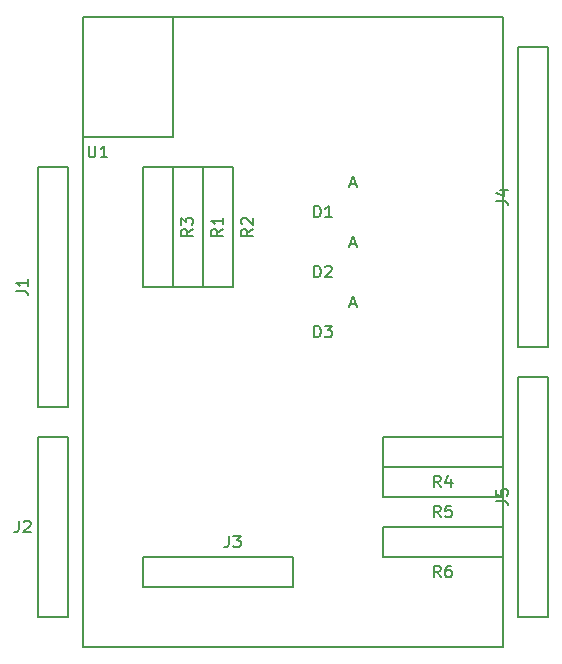
<source format=gbr>
G04 #@! TF.FileFunction,Legend,Top*
%FSLAX46Y46*%
G04 Gerber Fmt 4.6, Leading zero omitted, Abs format (unit mm)*
G04 Created by KiCad (PCBNEW 4.0.7) date 06/02/19 07:54:43*
%MOMM*%
%LPD*%
G01*
G04 APERTURE LIST*
%ADD10C,0.100000*%
%ADD11C,0.200000*%
%ADD12C,0.150000*%
G04 APERTURE END LIST*
D10*
D11*
X116840000Y-85090000D02*
X152400000Y-85090000D01*
X116840000Y-138430000D02*
X152400000Y-138430000D01*
X152400000Y-85090000D02*
X152400000Y-138430000D01*
X116840000Y-85090000D02*
X116840000Y-138430000D01*
D12*
X115570000Y-97790000D02*
X113030000Y-97790000D01*
X113030000Y-97790000D02*
X113030000Y-118110000D01*
X113030000Y-118110000D02*
X115570000Y-118110000D01*
X115570000Y-118110000D02*
X115570000Y-97790000D01*
X115570000Y-120650000D02*
X113030000Y-120650000D01*
X113030000Y-120650000D02*
X113030000Y-135890000D01*
X113030000Y-135890000D02*
X115570000Y-135890000D01*
X115570000Y-135890000D02*
X115570000Y-120650000D01*
X156210000Y-87630000D02*
X153670000Y-87630000D01*
X153670000Y-87630000D02*
X153670000Y-113030000D01*
X153670000Y-113030000D02*
X156210000Y-113030000D01*
X156210000Y-113030000D02*
X156210000Y-87630000D01*
X156210000Y-115570000D02*
X153670000Y-115570000D01*
X153670000Y-115570000D02*
X153670000Y-135890000D01*
X153670000Y-135890000D02*
X156210000Y-135890000D01*
X156210000Y-135890000D02*
X156210000Y-115570000D01*
X116840000Y-85090000D02*
X116840000Y-95250000D01*
X116840000Y-95250000D02*
X124460000Y-95250000D01*
X124460000Y-95250000D02*
X124460000Y-85090000D01*
X124460000Y-85090000D02*
X116840000Y-85090000D01*
X121920000Y-133350000D02*
X134620000Y-133350000D01*
X134620000Y-130810000D02*
X121920000Y-130810000D01*
X134620000Y-133350000D02*
X134620000Y-130810000D01*
X121920000Y-130810000D02*
X121920000Y-133350000D01*
X127000000Y-97790000D02*
X127000000Y-107950000D01*
X127000000Y-97790000D02*
X124460000Y-97790000D01*
X124460000Y-97790000D02*
X124460000Y-107950000D01*
X124460000Y-107950000D02*
X127000000Y-107950000D01*
X129540000Y-97790000D02*
X129540000Y-107950000D01*
X129540000Y-97790000D02*
X127000000Y-97790000D01*
X127000000Y-97790000D02*
X127000000Y-107950000D01*
X127000000Y-107950000D02*
X129540000Y-107950000D01*
X124460000Y-97790000D02*
X124460000Y-107950000D01*
X124460000Y-97790000D02*
X121920000Y-97790000D01*
X121920000Y-97790000D02*
X121920000Y-107950000D01*
X121920000Y-107950000D02*
X124460000Y-107950000D01*
X152400000Y-123190000D02*
X142240000Y-123190000D01*
X152400000Y-123190000D02*
X152400000Y-120650000D01*
X152400000Y-120650000D02*
X142240000Y-120650000D01*
X142240000Y-120650000D02*
X142240000Y-123190000D01*
X152400000Y-125730000D02*
X142240000Y-125730000D01*
X152400000Y-125730000D02*
X152400000Y-123190000D01*
X152400000Y-123190000D02*
X142240000Y-123190000D01*
X142240000Y-123190000D02*
X142240000Y-125730000D01*
X152400000Y-130810000D02*
X142240000Y-130810000D01*
X152400000Y-130810000D02*
X152400000Y-128270000D01*
X152400000Y-128270000D02*
X142240000Y-128270000D01*
X142240000Y-128270000D02*
X142240000Y-130810000D01*
X111212381Y-108283333D02*
X111926667Y-108283333D01*
X112069524Y-108330953D01*
X112164762Y-108426191D01*
X112212381Y-108569048D01*
X112212381Y-108664286D01*
X112212381Y-107283333D02*
X112212381Y-107854762D01*
X112212381Y-107569048D02*
X111212381Y-107569048D01*
X111355238Y-107664286D01*
X111450476Y-107759524D01*
X111498095Y-107854762D01*
X111426667Y-127722381D02*
X111426667Y-128436667D01*
X111379047Y-128579524D01*
X111283809Y-128674762D01*
X111140952Y-128722381D01*
X111045714Y-128722381D01*
X111855238Y-127817619D02*
X111902857Y-127770000D01*
X111998095Y-127722381D01*
X112236191Y-127722381D01*
X112331429Y-127770000D01*
X112379048Y-127817619D01*
X112426667Y-127912857D01*
X112426667Y-128008095D01*
X112379048Y-128150952D01*
X111807619Y-128722381D01*
X112426667Y-128722381D01*
X151852381Y-100663333D02*
X152566667Y-100663333D01*
X152709524Y-100710953D01*
X152804762Y-100806191D01*
X152852381Y-100949048D01*
X152852381Y-101044286D01*
X152185714Y-99758571D02*
X152852381Y-99758571D01*
X151804762Y-99996667D02*
X152519048Y-100234762D01*
X152519048Y-99615714D01*
X151852381Y-126063333D02*
X152566667Y-126063333D01*
X152709524Y-126110953D01*
X152804762Y-126206191D01*
X152852381Y-126349048D01*
X152852381Y-126444286D01*
X151852381Y-125110952D02*
X151852381Y-125587143D01*
X152328571Y-125634762D01*
X152280952Y-125587143D01*
X152233333Y-125491905D01*
X152233333Y-125253809D01*
X152280952Y-125158571D01*
X152328571Y-125110952D01*
X152423810Y-125063333D01*
X152661905Y-125063333D01*
X152757143Y-125110952D01*
X152804762Y-125158571D01*
X152852381Y-125253809D01*
X152852381Y-125491905D01*
X152804762Y-125587143D01*
X152757143Y-125634762D01*
X117348095Y-95972381D02*
X117348095Y-96781905D01*
X117395714Y-96877143D01*
X117443333Y-96924762D01*
X117538571Y-96972381D01*
X117729048Y-96972381D01*
X117824286Y-96924762D01*
X117871905Y-96877143D01*
X117919524Y-96781905D01*
X117919524Y-95972381D01*
X118919524Y-96972381D02*
X118348095Y-96972381D01*
X118633809Y-96972381D02*
X118633809Y-95972381D01*
X118538571Y-96115238D01*
X118443333Y-96210476D01*
X118348095Y-96258095D01*
X129206667Y-128992381D02*
X129206667Y-129706667D01*
X129159047Y-129849524D01*
X129063809Y-129944762D01*
X128920952Y-129992381D01*
X128825714Y-129992381D01*
X129587619Y-128992381D02*
X130206667Y-128992381D01*
X129873333Y-129373333D01*
X130016191Y-129373333D01*
X130111429Y-129420952D01*
X130159048Y-129468571D01*
X130206667Y-129563810D01*
X130206667Y-129801905D01*
X130159048Y-129897143D01*
X130111429Y-129944762D01*
X130016191Y-129992381D01*
X129730476Y-129992381D01*
X129635238Y-129944762D01*
X129587619Y-129897143D01*
X128722381Y-103036666D02*
X128246190Y-103370000D01*
X128722381Y-103608095D02*
X127722381Y-103608095D01*
X127722381Y-103227142D01*
X127770000Y-103131904D01*
X127817619Y-103084285D01*
X127912857Y-103036666D01*
X128055714Y-103036666D01*
X128150952Y-103084285D01*
X128198571Y-103131904D01*
X128246190Y-103227142D01*
X128246190Y-103608095D01*
X128722381Y-102084285D02*
X128722381Y-102655714D01*
X128722381Y-102370000D02*
X127722381Y-102370000D01*
X127865238Y-102465238D01*
X127960476Y-102560476D01*
X128008095Y-102655714D01*
X131262381Y-103036666D02*
X130786190Y-103370000D01*
X131262381Y-103608095D02*
X130262381Y-103608095D01*
X130262381Y-103227142D01*
X130310000Y-103131904D01*
X130357619Y-103084285D01*
X130452857Y-103036666D01*
X130595714Y-103036666D01*
X130690952Y-103084285D01*
X130738571Y-103131904D01*
X130786190Y-103227142D01*
X130786190Y-103608095D01*
X130357619Y-102655714D02*
X130310000Y-102608095D01*
X130262381Y-102512857D01*
X130262381Y-102274761D01*
X130310000Y-102179523D01*
X130357619Y-102131904D01*
X130452857Y-102084285D01*
X130548095Y-102084285D01*
X130690952Y-102131904D01*
X131262381Y-102703333D01*
X131262381Y-102084285D01*
X126182381Y-103036666D02*
X125706190Y-103370000D01*
X126182381Y-103608095D02*
X125182381Y-103608095D01*
X125182381Y-103227142D01*
X125230000Y-103131904D01*
X125277619Y-103084285D01*
X125372857Y-103036666D01*
X125515714Y-103036666D01*
X125610952Y-103084285D01*
X125658571Y-103131904D01*
X125706190Y-103227142D01*
X125706190Y-103608095D01*
X125182381Y-102703333D02*
X125182381Y-102084285D01*
X125563333Y-102417619D01*
X125563333Y-102274761D01*
X125610952Y-102179523D01*
X125658571Y-102131904D01*
X125753810Y-102084285D01*
X125991905Y-102084285D01*
X126087143Y-102131904D01*
X126134762Y-102179523D01*
X126182381Y-102274761D01*
X126182381Y-102560476D01*
X126134762Y-102655714D01*
X126087143Y-102703333D01*
X136421905Y-102052381D02*
X136421905Y-101052381D01*
X136660000Y-101052381D01*
X136802858Y-101100000D01*
X136898096Y-101195238D01*
X136945715Y-101290476D01*
X136993334Y-101480952D01*
X136993334Y-101623810D01*
X136945715Y-101814286D01*
X136898096Y-101909524D01*
X136802858Y-102004762D01*
X136660000Y-102052381D01*
X136421905Y-102052381D01*
X137945715Y-102052381D02*
X137374286Y-102052381D01*
X137660000Y-102052381D02*
X137660000Y-101052381D01*
X137564762Y-101195238D01*
X137469524Y-101290476D01*
X137374286Y-101338095D01*
X139461905Y-99226667D02*
X139938096Y-99226667D01*
X139366667Y-99512381D02*
X139700000Y-98512381D01*
X140033334Y-99512381D01*
X136421905Y-107132381D02*
X136421905Y-106132381D01*
X136660000Y-106132381D01*
X136802858Y-106180000D01*
X136898096Y-106275238D01*
X136945715Y-106370476D01*
X136993334Y-106560952D01*
X136993334Y-106703810D01*
X136945715Y-106894286D01*
X136898096Y-106989524D01*
X136802858Y-107084762D01*
X136660000Y-107132381D01*
X136421905Y-107132381D01*
X137374286Y-106227619D02*
X137421905Y-106180000D01*
X137517143Y-106132381D01*
X137755239Y-106132381D01*
X137850477Y-106180000D01*
X137898096Y-106227619D01*
X137945715Y-106322857D01*
X137945715Y-106418095D01*
X137898096Y-106560952D01*
X137326667Y-107132381D01*
X137945715Y-107132381D01*
X139461905Y-104306667D02*
X139938096Y-104306667D01*
X139366667Y-104592381D02*
X139700000Y-103592381D01*
X140033334Y-104592381D01*
X136421905Y-112212381D02*
X136421905Y-111212381D01*
X136660000Y-111212381D01*
X136802858Y-111260000D01*
X136898096Y-111355238D01*
X136945715Y-111450476D01*
X136993334Y-111640952D01*
X136993334Y-111783810D01*
X136945715Y-111974286D01*
X136898096Y-112069524D01*
X136802858Y-112164762D01*
X136660000Y-112212381D01*
X136421905Y-112212381D01*
X137326667Y-111212381D02*
X137945715Y-111212381D01*
X137612381Y-111593333D01*
X137755239Y-111593333D01*
X137850477Y-111640952D01*
X137898096Y-111688571D01*
X137945715Y-111783810D01*
X137945715Y-112021905D01*
X137898096Y-112117143D01*
X137850477Y-112164762D01*
X137755239Y-112212381D01*
X137469524Y-112212381D01*
X137374286Y-112164762D01*
X137326667Y-112117143D01*
X139461905Y-109386667D02*
X139938096Y-109386667D01*
X139366667Y-109672381D02*
X139700000Y-108672381D01*
X140033334Y-109672381D01*
X147153334Y-124912381D02*
X146820000Y-124436190D01*
X146581905Y-124912381D02*
X146581905Y-123912381D01*
X146962858Y-123912381D01*
X147058096Y-123960000D01*
X147105715Y-124007619D01*
X147153334Y-124102857D01*
X147153334Y-124245714D01*
X147105715Y-124340952D01*
X147058096Y-124388571D01*
X146962858Y-124436190D01*
X146581905Y-124436190D01*
X148010477Y-124245714D02*
X148010477Y-124912381D01*
X147772381Y-123864762D02*
X147534286Y-124579048D01*
X148153334Y-124579048D01*
X147153334Y-127452381D02*
X146820000Y-126976190D01*
X146581905Y-127452381D02*
X146581905Y-126452381D01*
X146962858Y-126452381D01*
X147058096Y-126500000D01*
X147105715Y-126547619D01*
X147153334Y-126642857D01*
X147153334Y-126785714D01*
X147105715Y-126880952D01*
X147058096Y-126928571D01*
X146962858Y-126976190D01*
X146581905Y-126976190D01*
X148058096Y-126452381D02*
X147581905Y-126452381D01*
X147534286Y-126928571D01*
X147581905Y-126880952D01*
X147677143Y-126833333D01*
X147915239Y-126833333D01*
X148010477Y-126880952D01*
X148058096Y-126928571D01*
X148105715Y-127023810D01*
X148105715Y-127261905D01*
X148058096Y-127357143D01*
X148010477Y-127404762D01*
X147915239Y-127452381D01*
X147677143Y-127452381D01*
X147581905Y-127404762D01*
X147534286Y-127357143D01*
X147153334Y-132532381D02*
X146820000Y-132056190D01*
X146581905Y-132532381D02*
X146581905Y-131532381D01*
X146962858Y-131532381D01*
X147058096Y-131580000D01*
X147105715Y-131627619D01*
X147153334Y-131722857D01*
X147153334Y-131865714D01*
X147105715Y-131960952D01*
X147058096Y-132008571D01*
X146962858Y-132056190D01*
X146581905Y-132056190D01*
X148010477Y-131532381D02*
X147820000Y-131532381D01*
X147724762Y-131580000D01*
X147677143Y-131627619D01*
X147581905Y-131770476D01*
X147534286Y-131960952D01*
X147534286Y-132341905D01*
X147581905Y-132437143D01*
X147629524Y-132484762D01*
X147724762Y-132532381D01*
X147915239Y-132532381D01*
X148010477Y-132484762D01*
X148058096Y-132437143D01*
X148105715Y-132341905D01*
X148105715Y-132103810D01*
X148058096Y-132008571D01*
X148010477Y-131960952D01*
X147915239Y-131913333D01*
X147724762Y-131913333D01*
X147629524Y-131960952D01*
X147581905Y-132008571D01*
X147534286Y-132103810D01*
M02*

</source>
